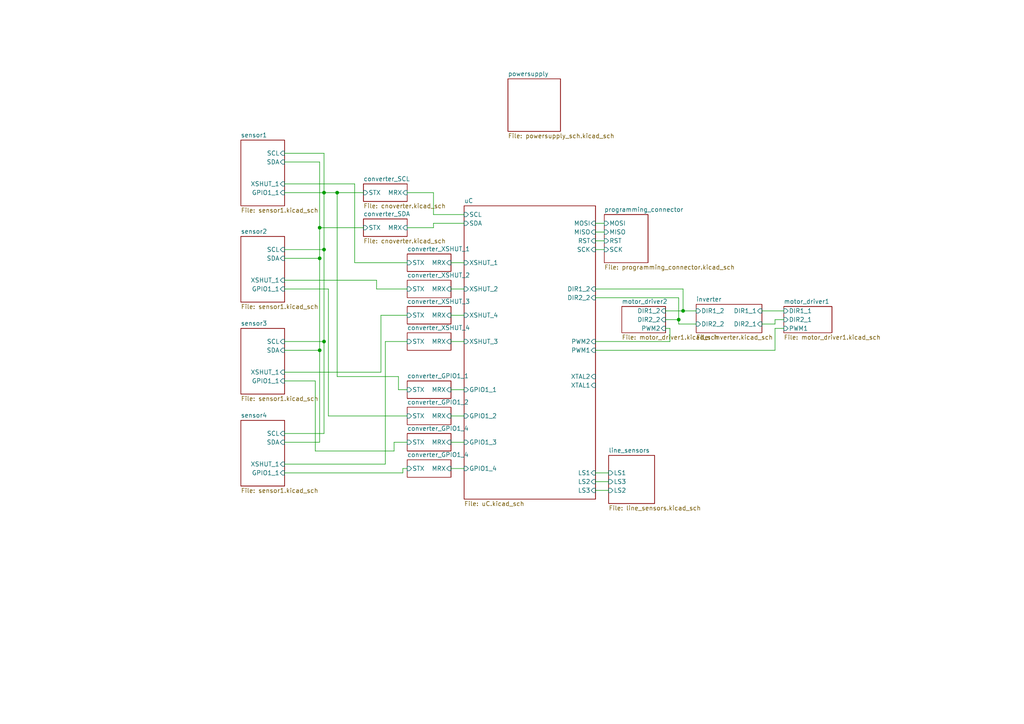
<source format=kicad_sch>
(kicad_sch
	(version 20231120)
	(generator "eeschema")
	(generator_version "8.0")
	(uuid "7b99a4ad-c15f-48f5-acdf-b2b295c8ee3b")
	(paper "A4")
	(title_block
		(title "MiniSumo")
		(company "Adam Prystupa")
	)
	(lib_symbols)
	(junction
		(at 92.71 101.6)
		(diameter 0)
		(color 0 0 0 0)
		(uuid "082e77a2-ea35-4025-b415-0c833323ddae")
	)
	(junction
		(at 93.98 72.39)
		(diameter 0)
		(color 0 0 0 0)
		(uuid "1a4b65b2-38a5-4dcf-a932-8d7e6ce13b0d")
	)
	(junction
		(at 97.79 55.88)
		(diameter 0)
		(color 0 0 0 0)
		(uuid "6c1f4634-cbe5-4d29-9566-ff9c811c2d27")
	)
	(junction
		(at 92.71 74.93)
		(diameter 0)
		(color 0 0 0 0)
		(uuid "8a87fb85-fd46-4e21-b2dc-312ec6f8a6cb")
	)
	(junction
		(at 198.12 90.17)
		(diameter 0)
		(color 0 0 0 0)
		(uuid "91e83238-cbc2-4ff4-9c04-71de2bdf4e95")
	)
	(junction
		(at 196.85 92.71)
		(diameter 0)
		(color 0 0 0 0)
		(uuid "c8e463a7-b3c8-483b-b665-0115c0d07bee")
	)
	(junction
		(at 92.71 66.04)
		(diameter 0)
		(color 0 0 0 0)
		(uuid "d60879ae-bb98-4a26-a6bd-4c74dd1c81e3")
	)
	(junction
		(at 93.98 99.06)
		(diameter 0)
		(color 0 0 0 0)
		(uuid "e85ace68-dc97-4b35-b09a-db5e0fa5ad03")
	)
	(junction
		(at 93.98 55.88)
		(diameter 0)
		(color 0 0 0 0)
		(uuid "eab04101-d448-4e6f-a989-bc316d75c782")
	)
	(wire
		(pts
			(xy 82.55 74.93) (xy 92.71 74.93)
		)
		(stroke
			(width 0)
			(type default)
		)
		(uuid "01f442a6-4aa1-4efc-ab70-ea169a8b85ad")
	)
	(wire
		(pts
			(xy 172.72 67.31) (xy 175.26 67.31)
		)
		(stroke
			(width 0)
			(type default)
		)
		(uuid "033632a8-c5ff-457f-a349-03b51eda9d24")
	)
	(wire
		(pts
			(xy 198.12 83.82) (xy 198.12 90.17)
		)
		(stroke
			(width 0)
			(type default)
		)
		(uuid "036d927a-9f7b-4beb-b4c2-be434803cb83")
	)
	(wire
		(pts
			(xy 224.79 101.6) (xy 224.79 95.25)
		)
		(stroke
			(width 0)
			(type default)
		)
		(uuid "061254f0-e2cc-4e6f-82b6-270ca4dc2a93")
	)
	(wire
		(pts
			(xy 118.11 128.27) (xy 114.3 128.27)
		)
		(stroke
			(width 0)
			(type default)
		)
		(uuid "0d724ed7-3662-41ac-813b-c44cb5ea23d5")
	)
	(wire
		(pts
			(xy 92.71 66.04) (xy 92.71 74.93)
		)
		(stroke
			(width 0)
			(type default)
		)
		(uuid "11ee567c-7755-4257-a9a3-ff0f4c83cde6")
	)
	(wire
		(pts
			(xy 92.71 101.6) (xy 92.71 128.27)
		)
		(stroke
			(width 0)
			(type default)
		)
		(uuid "16d18b86-5a40-4307-9cbf-6ff727a64739")
	)
	(wire
		(pts
			(xy 125.73 55.88) (xy 125.73 62.23)
		)
		(stroke
			(width 0)
			(type default)
		)
		(uuid "1f0edf7b-b925-4300-b22c-02416bcd1998")
	)
	(wire
		(pts
			(xy 172.72 137.16) (xy 176.53 137.16)
		)
		(stroke
			(width 0)
			(type default)
		)
		(uuid "1f2545d1-97af-4e22-926e-78a290ea1cd2")
	)
	(wire
		(pts
			(xy 82.55 53.34) (xy 102.87 53.34)
		)
		(stroke
			(width 0)
			(type default)
		)
		(uuid "21b81aa6-a25d-4bac-bf22-edf3e7661365")
	)
	(wire
		(pts
			(xy 118.11 66.04) (xy 125.73 66.04)
		)
		(stroke
			(width 0)
			(type default)
		)
		(uuid "232a25c2-bf42-4284-bbd3-64771c5f28d3")
	)
	(wire
		(pts
			(xy 82.55 81.28) (xy 109.22 81.28)
		)
		(stroke
			(width 0)
			(type default)
		)
		(uuid "2558440f-2589-4f1f-a54b-c85451a5fcee")
	)
	(wire
		(pts
			(xy 130.81 91.44) (xy 134.62 91.44)
		)
		(stroke
			(width 0)
			(type default)
		)
		(uuid "27a28aab-02bf-48be-81ef-390f8c312b0e")
	)
	(wire
		(pts
			(xy 95.25 120.65) (xy 118.11 120.65)
		)
		(stroke
			(width 0)
			(type default)
		)
		(uuid "28be4904-0327-4b4a-8365-a685f07e2d20")
	)
	(wire
		(pts
			(xy 82.55 72.39) (xy 93.98 72.39)
		)
		(stroke
			(width 0)
			(type default)
		)
		(uuid "28f8e8fd-8abc-4572-96b6-111418f23d12")
	)
	(wire
		(pts
			(xy 110.49 91.44) (xy 118.11 91.44)
		)
		(stroke
			(width 0)
			(type default)
		)
		(uuid "2a00a7d2-c34b-4ebe-be6a-03a723cad111")
	)
	(wire
		(pts
			(xy 93.98 125.73) (xy 82.55 125.73)
		)
		(stroke
			(width 0)
			(type default)
		)
		(uuid "2d9b7685-5bc6-43f9-9a81-ce61e39a3db4")
	)
	(wire
		(pts
			(xy 97.79 55.88) (xy 105.41 55.88)
		)
		(stroke
			(width 0)
			(type default)
		)
		(uuid "2efd44e3-4c1e-4fa3-90c1-f2897219b72c")
	)
	(wire
		(pts
			(xy 130.81 128.27) (xy 134.62 128.27)
		)
		(stroke
			(width 0)
			(type default)
		)
		(uuid "32a95bd1-e127-4e14-b725-d8e8927c0a16")
	)
	(wire
		(pts
			(xy 130.81 76.2) (xy 134.62 76.2)
		)
		(stroke
			(width 0)
			(type default)
		)
		(uuid "3931adc7-31a4-4601-a51f-fd9f8ba361b0")
	)
	(wire
		(pts
			(xy 115.57 109.22) (xy 97.79 109.22)
		)
		(stroke
			(width 0)
			(type default)
		)
		(uuid "3b8cd0a7-8c5f-4573-8381-22df33cf6059")
	)
	(wire
		(pts
			(xy 109.22 83.82) (xy 118.11 83.82)
		)
		(stroke
			(width 0)
			(type default)
		)
		(uuid "3d805a62-80c1-49a2-98d2-e55392a92e1f")
	)
	(wire
		(pts
			(xy 116.84 135.89) (xy 116.84 137.16)
		)
		(stroke
			(width 0)
			(type default)
		)
		(uuid "3e9c6531-a5c0-4410-ac36-2882d7b27bd4")
	)
	(wire
		(pts
			(xy 93.98 99.06) (xy 93.98 125.73)
		)
		(stroke
			(width 0)
			(type default)
		)
		(uuid "43b52291-a79a-46c0-9b40-17011b68ce25")
	)
	(wire
		(pts
			(xy 82.55 83.82) (xy 95.25 83.82)
		)
		(stroke
			(width 0)
			(type default)
		)
		(uuid "45b3e74b-e93a-4d2a-bf94-cd7265565c7b")
	)
	(wire
		(pts
			(xy 172.72 83.82) (xy 198.12 83.82)
		)
		(stroke
			(width 0)
			(type default)
		)
		(uuid "4f5ab224-ecbb-4864-90e9-b7f7bb1fdbde")
	)
	(wire
		(pts
			(xy 224.79 92.71) (xy 227.33 92.71)
		)
		(stroke
			(width 0)
			(type default)
		)
		(uuid "4f9d6ac3-e2b4-43d0-8286-c6ac9bdb07ed")
	)
	(wire
		(pts
			(xy 111.76 134.62) (xy 111.76 99.06)
		)
		(stroke
			(width 0)
			(type default)
		)
		(uuid "513b66fb-ac41-4089-a191-b97db1ac9712")
	)
	(wire
		(pts
			(xy 194.31 95.25) (xy 193.04 95.25)
		)
		(stroke
			(width 0)
			(type default)
		)
		(uuid "5793eb0c-ae96-4949-a96c-db81d16a5740")
	)
	(wire
		(pts
			(xy 220.98 90.17) (xy 227.33 90.17)
		)
		(stroke
			(width 0)
			(type default)
		)
		(uuid "5b2e5020-53b6-4be7-842d-2b18fec395a9")
	)
	(wire
		(pts
			(xy 114.3 130.81) (xy 91.44 130.81)
		)
		(stroke
			(width 0)
			(type default)
		)
		(uuid "5ca584ff-8b8c-47f0-832a-315530ac5ed0")
	)
	(wire
		(pts
			(xy 125.73 62.23) (xy 134.62 62.23)
		)
		(stroke
			(width 0)
			(type default)
		)
		(uuid "5ef983a1-b319-4698-b64e-7b654f521813")
	)
	(wire
		(pts
			(xy 115.57 113.03) (xy 115.57 109.22)
		)
		(stroke
			(width 0)
			(type default)
		)
		(uuid "6133a89e-d545-4141-827b-0d6d8c4e0786")
	)
	(wire
		(pts
			(xy 82.55 99.06) (xy 93.98 99.06)
		)
		(stroke
			(width 0)
			(type default)
		)
		(uuid "6217f30c-147a-4b3f-9165-2a2690a08978")
	)
	(wire
		(pts
			(xy 172.72 99.06) (xy 194.31 99.06)
		)
		(stroke
			(width 0)
			(type default)
		)
		(uuid "65a3aff9-780c-44b3-ae54-8b8d6f09d2f8")
	)
	(wire
		(pts
			(xy 116.84 137.16) (xy 82.55 137.16)
		)
		(stroke
			(width 0)
			(type default)
		)
		(uuid "6cb0e5e0-60f4-4a3e-b5dc-267dc58d3ce7")
	)
	(wire
		(pts
			(xy 196.85 92.71) (xy 193.04 92.71)
		)
		(stroke
			(width 0)
			(type default)
		)
		(uuid "7213b8b7-dc84-43e7-bd00-ee1f3c2a9f12")
	)
	(wire
		(pts
			(xy 172.72 139.7) (xy 176.53 139.7)
		)
		(stroke
			(width 0)
			(type default)
		)
		(uuid "74eec5f4-d231-40fa-b167-98ce0637576d")
	)
	(wire
		(pts
			(xy 82.55 101.6) (xy 92.71 101.6)
		)
		(stroke
			(width 0)
			(type default)
		)
		(uuid "76be4239-fb6b-4237-8966-d0bf25131b9c")
	)
	(wire
		(pts
			(xy 102.87 53.34) (xy 102.87 76.2)
		)
		(stroke
			(width 0)
			(type default)
		)
		(uuid "7af5bb65-b623-46b2-90d6-b6a90d51fef6")
	)
	(wire
		(pts
			(xy 220.98 93.98) (xy 224.79 93.98)
		)
		(stroke
			(width 0)
			(type default)
		)
		(uuid "83a763ec-7e8e-4a69-8330-9fdd302808c5")
	)
	(wire
		(pts
			(xy 111.76 99.06) (xy 118.11 99.06)
		)
		(stroke
			(width 0)
			(type default)
		)
		(uuid "89b12ab8-8dba-442c-a463-46e7c7c77868")
	)
	(wire
		(pts
			(xy 92.71 74.93) (xy 92.71 101.6)
		)
		(stroke
			(width 0)
			(type default)
		)
		(uuid "8a2329c1-21f4-459a-9b6e-185a87b515c9")
	)
	(wire
		(pts
			(xy 172.72 101.6) (xy 224.79 101.6)
		)
		(stroke
			(width 0)
			(type default)
		)
		(uuid "8a595b95-4473-40d6-a4f9-dff8e707a274")
	)
	(wire
		(pts
			(xy 116.84 135.89) (xy 118.11 135.89)
		)
		(stroke
			(width 0)
			(type default)
		)
		(uuid "90b2eda7-ce16-4d30-8703-060c8516309c")
	)
	(wire
		(pts
			(xy 130.81 113.03) (xy 134.62 113.03)
		)
		(stroke
			(width 0)
			(type default)
		)
		(uuid "9b325975-8eff-4faf-95b8-f173432fccd7")
	)
	(wire
		(pts
			(xy 82.55 110.49) (xy 91.44 110.49)
		)
		(stroke
			(width 0)
			(type default)
		)
		(uuid "9baf199e-81df-412e-a1c7-f10b5410966c")
	)
	(wire
		(pts
			(xy 196.85 93.98) (xy 196.85 92.71)
		)
		(stroke
			(width 0)
			(type default)
		)
		(uuid "9e39f7d8-36e5-4ce4-80ac-9d6a8fc4087e")
	)
	(wire
		(pts
			(xy 91.44 130.81) (xy 91.44 110.49)
		)
		(stroke
			(width 0)
			(type default)
		)
		(uuid "9f55394b-ba1f-449c-a1dc-9e0818d8181c")
	)
	(wire
		(pts
			(xy 82.55 55.88) (xy 93.98 55.88)
		)
		(stroke
			(width 0)
			(type default)
		)
		(uuid "a1b3dfcb-5897-447b-8853-db3ff79c2b0b")
	)
	(wire
		(pts
			(xy 97.79 55.88) (xy 97.79 109.22)
		)
		(stroke
			(width 0)
			(type default)
		)
		(uuid "a34bf155-3f82-4af6-8c3c-6c67f6aee47f")
	)
	(wire
		(pts
			(xy 130.81 120.65) (xy 134.62 120.65)
		)
		(stroke
			(width 0)
			(type default)
		)
		(uuid "a690fc9a-0e6a-4224-a5f9-a79c851b829f")
	)
	(wire
		(pts
			(xy 82.55 44.45) (xy 93.98 44.45)
		)
		(stroke
			(width 0)
			(type default)
		)
		(uuid "a8ea2315-4bac-4360-be1a-7010cc323e8d")
	)
	(wire
		(pts
			(xy 172.72 64.77) (xy 175.26 64.77)
		)
		(stroke
			(width 0)
			(type default)
		)
		(uuid "a92a25b2-dc99-42a0-9645-19f186c439ad")
	)
	(wire
		(pts
			(xy 92.71 46.99) (xy 92.71 66.04)
		)
		(stroke
			(width 0)
			(type default)
		)
		(uuid "a96330e1-1449-4f2c-b3ae-e90b25e6f543")
	)
	(wire
		(pts
			(xy 118.11 113.03) (xy 115.57 113.03)
		)
		(stroke
			(width 0)
			(type default)
		)
		(uuid "ad976be0-d73c-43ac-ac06-9ac7c1f279e8")
	)
	(wire
		(pts
			(xy 95.25 83.82) (xy 95.25 120.65)
		)
		(stroke
			(width 0)
			(type default)
		)
		(uuid "ae396354-f889-4781-9b6c-78e465bbe3d1")
	)
	(wire
		(pts
			(xy 93.98 72.39) (xy 93.98 99.06)
		)
		(stroke
			(width 0)
			(type default)
		)
		(uuid "aec98969-8ace-4903-9be1-b8bd93a3014e")
	)
	(wire
		(pts
			(xy 201.93 93.98) (xy 196.85 93.98)
		)
		(stroke
			(width 0)
			(type default)
		)
		(uuid "afb81f9b-7b06-41fb-a769-d40e95a583e9")
	)
	(wire
		(pts
			(xy 194.31 99.06) (xy 194.31 95.25)
		)
		(stroke
			(width 0)
			(type default)
		)
		(uuid "b135a96b-6e05-4a99-a467-dea407f03cf8")
	)
	(wire
		(pts
			(xy 224.79 95.25) (xy 227.33 95.25)
		)
		(stroke
			(width 0)
			(type default)
		)
		(uuid "b356784f-1ccb-4e17-9ede-07853a6583c0")
	)
	(wire
		(pts
			(xy 110.49 107.95) (xy 110.49 91.44)
		)
		(stroke
			(width 0)
			(type default)
		)
		(uuid "b56440b2-d327-4ac4-8e0f-74ac96fc867b")
	)
	(wire
		(pts
			(xy 102.87 76.2) (xy 118.11 76.2)
		)
		(stroke
			(width 0)
			(type default)
		)
		(uuid "b8ece886-a1ab-4a31-a831-8078d5a7f0c5")
	)
	(wire
		(pts
			(xy 114.3 128.27) (xy 114.3 130.81)
		)
		(stroke
			(width 0)
			(type default)
		)
		(uuid "c67e2c4a-45e8-4433-a8e6-3368059fdfee")
	)
	(wire
		(pts
			(xy 82.55 128.27) (xy 92.71 128.27)
		)
		(stroke
			(width 0)
			(type default)
		)
		(uuid "c885e675-8102-4193-9a88-a208e3cb81bb")
	)
	(wire
		(pts
			(xy 130.81 83.82) (xy 134.62 83.82)
		)
		(stroke
			(width 0)
			(type default)
		)
		(uuid "c954fbed-4a7a-4ed9-8480-82b6b8ce7da0")
	)
	(wire
		(pts
			(xy 118.11 55.88) (xy 125.73 55.88)
		)
		(stroke
			(width 0)
			(type default)
		)
		(uuid "c9caccc0-8c42-4d00-bc72-53b2046f6a1f")
	)
	(wire
		(pts
			(xy 198.12 90.17) (xy 201.93 90.17)
		)
		(stroke
			(width 0)
			(type default)
		)
		(uuid "ca555247-ae13-451d-b2ec-143ee2817200")
	)
	(wire
		(pts
			(xy 109.22 81.28) (xy 109.22 83.82)
		)
		(stroke
			(width 0)
			(type default)
		)
		(uuid "ca57f900-1011-4cdc-b38e-064f10c25925")
	)
	(wire
		(pts
			(xy 125.73 66.04) (xy 125.73 64.77)
		)
		(stroke
			(width 0)
			(type default)
		)
		(uuid "cef9b078-7723-4f64-94b0-a97707e2224b")
	)
	(wire
		(pts
			(xy 172.72 69.85) (xy 175.26 69.85)
		)
		(stroke
			(width 0)
			(type default)
		)
		(uuid "d1d21676-c18b-4b19-9605-70fd902d3b4f")
	)
	(wire
		(pts
			(xy 193.04 90.17) (xy 198.12 90.17)
		)
		(stroke
			(width 0)
			(type default)
		)
		(uuid "d36c29d9-ec0b-4f36-9af9-bdc791e616a1")
	)
	(wire
		(pts
			(xy 92.71 66.04) (xy 105.41 66.04)
		)
		(stroke
			(width 0)
			(type default)
		)
		(uuid "d5125bb1-15b4-4203-b6ab-329b942706f7")
	)
	(wire
		(pts
			(xy 130.81 99.06) (xy 134.62 99.06)
		)
		(stroke
			(width 0)
			(type default)
		)
		(uuid "d8a668d5-f27c-4631-ae57-fdfd12a19c00")
	)
	(wire
		(pts
			(xy 82.55 46.99) (xy 92.71 46.99)
		)
		(stroke
			(width 0)
			(type default)
		)
		(uuid "dc7e1f22-98dd-490b-8110-e799580f2b3a")
	)
	(wire
		(pts
			(xy 196.85 86.36) (xy 196.85 92.71)
		)
		(stroke
			(width 0)
			(type default)
		)
		(uuid "dcc144db-57ff-42a8-9a03-fd6caa06959c")
	)
	(wire
		(pts
			(xy 93.98 44.45) (xy 93.98 55.88)
		)
		(stroke
			(width 0)
			(type default)
		)
		(uuid "df531dd9-7ba4-43a0-9297-993b283e8835")
	)
	(wire
		(pts
			(xy 125.73 64.77) (xy 134.62 64.77)
		)
		(stroke
			(width 0)
			(type default)
		)
		(uuid "e09e24b2-c407-4edf-8833-074abe7b4066")
	)
	(wire
		(pts
			(xy 130.81 135.89) (xy 134.62 135.89)
		)
		(stroke
			(width 0)
			(type default)
		)
		(uuid "e2334aa2-7fa8-44db-8f32-430b8806c780")
	)
	(wire
		(pts
			(xy 172.72 142.24) (xy 176.53 142.24)
		)
		(stroke
			(width 0)
			(type default)
		)
		(uuid "e2914285-afcf-4999-bb3f-afa0de213119")
	)
	(wire
		(pts
			(xy 82.55 107.95) (xy 110.49 107.95)
		)
		(stroke
			(width 0)
			(type default)
		)
		(uuid "e32811eb-88e6-4c99-801d-957894f4d513")
	)
	(wire
		(pts
			(xy 93.98 55.88) (xy 97.79 55.88)
		)
		(stroke
			(width 0)
			(type default)
		)
		(uuid "e46fe361-2be3-476b-addf-2dd5c20f4d81")
	)
	(wire
		(pts
			(xy 93.98 55.88) (xy 93.98 72.39)
		)
		(stroke
			(width 0)
			(type default)
		)
		(uuid "e95b1bec-2096-402f-b9d5-2e2a9911a468")
	)
	(wire
		(pts
			(xy 82.55 134.62) (xy 111.76 134.62)
		)
		(stroke
			(width 0)
			(type default)
		)
		(uuid "ec30cfe4-6f65-47ef-9edc-2bdeed92a579")
	)
	(wire
		(pts
			(xy 172.72 86.36) (xy 196.85 86.36)
		)
		(stroke
			(width 0)
			(type default)
		)
		(uuid "ec95c08e-8c76-4d75-8592-8378f99c7161")
	)
	(wire
		(pts
			(xy 224.79 93.98) (xy 224.79 92.71)
		)
		(stroke
			(width 0)
			(type default)
		)
		(uuid "ed927876-72bb-4842-bec0-263cef1c9296")
	)
	(wire
		(pts
			(xy 172.72 72.39) (xy 175.26 72.39)
		)
		(stroke
			(width 0)
			(type default)
		)
		(uuid "fe78d78f-2233-4b2d-a8dd-83397e35db5b")
	)
	(sheet
		(at 105.41 53.34)
		(size 12.7 5.08)
		(fields_autoplaced yes)
		(stroke
			(width 0.1524)
			(type solid)
		)
		(fill
			(color 0 0 0 0.0000)
		)
		(uuid "1d38a7b5-9036-4fb3-a1aa-d93f8a4ddf73")
		(property "Sheetname" "converter_SCL"
			(at 105.41 52.6284 0)
			(effects
				(font
					(size 1.27 1.27)
				)
				(justify left bottom)
			)
		)
		(property "Sheetfile" "cnoverter.kicad_sch"
			(at 105.41 59.0046 0)
			(effects
				(font
					(size 1.27 1.27)
				)
				(justify left top)
			)
		)
		(pin "STX" input
			(at 105.41 55.88 180)
			(effects
				(font
					(size 1.27 1.27)
				)
				(justify left)
			)
			(uuid "2de4f958-818e-4169-a455-0ea70c96899a")
		)
		(pin "MRX" input
			(at 118.11 55.88 0)
			(effects
				(font
					(size 1.27 1.27)
				)
				(justify right)
			)
			(uuid "20096d15-3971-4916-84f2-472f121fdbc5")
		)
		(instances
			(project "minisumo_pcb"
				(path "/7b99a4ad-c15f-48f5-acdf-b2b295c8ee3b"
					(page "2")
				)
			)
		)
	)
	(sheet
		(at 118.11 73.66)
		(size 12.7 5.08)
		(fields_autoplaced yes)
		(stroke
			(width 0.1524)
			(type solid)
		)
		(fill
			(color 0 0 0 0.0000)
		)
		(uuid "1f5a7b51-e11d-44b7-ad05-612eab760f9d")
		(property "Sheetname" "converter_XSHUT_1"
			(at 118.11 72.9484 0)
			(effects
				(font
					(size 1.27 1.27)
				)
				(justify left bottom)
			)
		)
		(property "Sheetfile" "cnoverter.kicad_sch"
			(at 118.11 79.3246 0)
			(effects
				(font
					(size 1.27 1.27)
				)
				(justify left top)
				(hide yes)
			)
		)
		(pin "STX" input
			(at 118.11 76.2 180)
			(effects
				(font
					(size 1.27 1.27)
				)
				(justify left)
			)
			(uuid "c82d199d-a1ca-4d23-9898-63ed60d29294")
		)
		(pin "MRX" input
			(at 130.81 76.2 0)
			(effects
				(font
					(size 1.27 1.27)
				)
				(justify right)
			)
			(uuid "61bf0529-191f-40b4-b5ac-5677b0484d36")
		)
		(instances
			(project "minisumo_pcb"
				(path "/7b99a4ad-c15f-48f5-acdf-b2b295c8ee3b"
					(page "17")
				)
			)
		)
	)
	(sheet
		(at 134.62 59.69)
		(size 38.1 85.09)
		(fields_autoplaced yes)
		(stroke
			(width 0.1524)
			(type solid)
		)
		(fill
			(color 0 0 0 0.0000)
		)
		(uuid "2841fc75-29f5-4e06-b481-1d26a5df72c5")
		(property "Sheetname" "uC"
			(at 134.62 58.9784 0)
			(effects
				(font
					(size 1.27 1.27)
				)
				(justify left bottom)
			)
		)
		(property "Sheetfile" "uC.kicad_sch"
			(at 134.62 145.3646 0)
			(effects
				(font
					(size 1.27 1.27)
				)
				(justify left top)
			)
		)
		(pin "MOSI" input
			(at 172.72 64.77 0)
			(effects
				(font
					(size 1.27 1.27)
				)
				(justify right)
			)
			(uuid "4b6458e8-c5c7-4737-a9ea-65b0d18b90b4")
		)
		(pin "MISO" input
			(at 172.72 67.31 0)
			(effects
				(font
					(size 1.27 1.27)
				)
				(justify right)
			)
			(uuid "749e8b63-f9a5-476a-abdf-afc88ff0a764")
		)
		(pin "SCL" input
			(at 134.62 62.23 180)
			(effects
				(font
					(size 1.27 1.27)
				)
				(justify left)
			)
			(uuid "998382a2-8ce5-4ae7-a102-02a89982d078")
		)
		(pin "SDA" input
			(at 134.62 64.77 180)
			(effects
				(font
					(size 1.27 1.27)
				)
				(justify left)
			)
			(uuid "22fad513-5273-4c91-b066-66a57e1a1a06")
		)
		(pin "PWM1" input
			(at 172.72 101.6 0)
			(effects
				(font
					(size 1.27 1.27)
				)
				(justify right)
			)
			(uuid "9cbf0023-d429-4d12-a101-8d71a2be9b4d")
		)
		(pin "PWM2" input
			(at 172.72 99.06 0)
			(effects
				(font
					(size 1.27 1.27)
				)
				(justify right)
			)
			(uuid "3189ae00-d82d-48a0-b3a5-81bd719fa3cf")
		)
		(pin "GPIO1_2" input
			(at 134.62 120.65 180)
			(effects
				(font
					(size 1.27 1.27)
				)
				(justify left)
			)
			(uuid "5e0c1104-e8a3-40ce-a875-a776e83ae159")
		)
		(pin "GPIO1_1" input
			(at 134.62 113.03 180)
			(effects
				(font
					(size 1.27 1.27)
				)
				(justify left)
			)
			(uuid "1bd1aa66-fd9c-4cd3-bd31-a5ffad07d3ad")
		)
		(pin "XTAL2" input
			(at 172.72 109.22 0)
			(effects
				(font
					(size 1.27 1.27)
				)
				(justify right)
			)
			(uuid "c897ed51-b0cb-4f4b-80f4-75c026b7ff8c")
		)
		(pin "XTAL1" input
			(at 172.72 111.76 0)
			(effects
				(font
					(size 1.27 1.27)
				)
				(justify right)
			)
			(uuid "503fe5ce-a50d-49ee-bcff-acd7d94f6079")
		)
		(pin "GPIO1_3" input
			(at 134.62 128.27 180)
			(effects
				(font
					(size 1.27 1.27)
				)
				(justify left)
			)
			(uuid "747bdaa6-17a1-49d6-ab2e-28aa5ff3431f")
		)
		(pin "GPIO1_4" input
			(at 134.62 135.89 180)
			(effects
				(font
					(size 1.27 1.27)
				)
				(justify left)
			)
			(uuid "258c955f-fb36-4c1e-afb4-1e788bf6bfd8")
		)
		(pin "LS3" input
			(at 172.72 142.24 0)
			(effects
				(font
					(size 1.27 1.27)
				)
				(justify right)
			)
			(uuid "7cf8cbef-cf46-49bc-9473-e44c456bfd37")
		)
		(pin "LS1" input
			(at 172.72 137.16 0)
			(effects
				(font
					(size 1.27 1.27)
				)
				(justify right)
			)
			(uuid "525e14b0-cc3a-4634-938e-b23edc5f54ca")
		)
		(pin "LS2" input
			(at 172.72 139.7 0)
			(effects
				(font
					(size 1.27 1.27)
				)
				(justify right)
			)
			(uuid "49e160b8-81e1-4791-8674-280ac554aa9f")
		)
		(pin "RST" input
			(at 172.72 69.85 0)
			(effects
				(font
					(size 1.27 1.27)
				)
				(justify right)
			)
			(uuid "6087f2be-b733-4951-b485-b3d75a9ec104")
		)
		(pin "SCK" input
			(at 172.72 72.39 0)
			(effects
				(font
					(size 1.27 1.27)
				)
				(justify right)
			)
			(uuid "694f1aad-6a78-49ff-9bc5-58ffc9037653")
		)
		(pin "XSHUT_3" input
			(at 134.62 99.06 180)
			(effects
				(font
					(size 1.27 1.27)
				)
				(justify left)
			)
			(uuid "dc170007-eb21-408c-9af7-a4dbeb2c39ba")
		)
		(pin "XSHUT_4" input
			(at 134.62 91.44 180)
			(effects
				(font
					(size 1.27 1.27)
				)
				(justify left)
			)
			(uuid "18140466-663c-4712-ab39-22ba2cf157b4")
		)
		(pin "XSHUT_2" input
			(at 134.62 83.82 180)
			(effects
				(font
					(size 1.27 1.27)
				)
				(justify left)
			)
			(uuid "7056a2a2-63e8-44f1-8df6-0f96cabb9333")
		)
		(pin "XSHUT_1" input
			(at 134.62 76.2 180)
			(effects
				(font
					(size 1.27 1.27)
				)
				(justify left)
			)
			(uuid "b92f244c-2b49-4da4-8afe-702edf112a2a")
		)
		(pin "DIR2_2" input
			(at 172.72 86.36 0)
			(effects
				(font
					(size 1.27 1.27)
				)
				(justify right)
			)
			(uuid "ea423b12-1817-47bd-a809-ebdc5a14b1ef")
		)
		(pin "DIR1_2" input
			(at 172.72 83.82 0)
			(effects
				(font
					(size 1.27 1.27)
				)
				(justify right)
			)
			(uuid "8348d574-aec2-40db-8846-7d9373697c4c")
		)
		(instances
			(project "minisumo_pcb"
				(path "/7b99a4ad-c15f-48f5-acdf-b2b295c8ee3b"
					(page "3")
				)
			)
		)
	)
	(sheet
		(at 176.53 132.08)
		(size 13.335 13.97)
		(fields_autoplaced yes)
		(stroke
			(width 0.1524)
			(type solid)
		)
		(fill
			(color 0 0 0 0.0000)
		)
		(uuid "58eb88b1-485d-48c7-98a0-3f1f875455f5")
		(property "Sheetname" "line_sensors"
			(at 176.53 131.3684 0)
			(effects
				(font
					(size 1.27 1.27)
				)
				(justify left bottom)
			)
		)
		(property "Sheetfile" "line_sensors.kicad_sch"
			(at 176.53 146.6346 0)
			(effects
				(font
					(size 1.27 1.27)
				)
				(justify left top)
			)
		)
		(pin "LS2" input
			(at 176.53 142.24 180)
			(effects
				(font
					(size 1.27 1.27)
				)
				(justify left)
			)
			(uuid "425646b0-ce64-4763-9333-a8fca8799937")
		)
		(pin "LS3" input
			(at 176.53 139.7 180)
			(effects
				(font
					(size 1.27 1.27)
				)
				(justify left)
			)
			(uuid "9b550958-04ca-4e33-90f2-31be26b9a27b")
		)
		(pin "LS1" input
			(at 176.53 137.16 180)
			(effects
				(font
					(size 1.27 1.27)
				)
				(justify left)
			)
			(uuid "069c133a-5930-4ed9-8ecf-dedcd9abab7e")
		)
		(instances
			(project "minisumo_pcb"
				(path "/7b99a4ad-c15f-48f5-acdf-b2b295c8ee3b"
					(page "8")
				)
			)
		)
	)
	(sheet
		(at 69.85 68.58)
		(size 12.7 19.05)
		(fields_autoplaced yes)
		(stroke
			(width 0.1524)
			(type solid)
		)
		(fill
			(color 0 0 0 0.0000)
		)
		(uuid "59b0bb17-8e81-44d5-808a-81d9b31dde61")
		(property "Sheetname" "sensor2"
			(at 69.85 67.8684 0)
			(effects
				(font
					(size 1.27 1.27)
				)
				(justify left bottom)
			)
		)
		(property "Sheetfile" "sensor1.kicad_sch"
			(at 69.85 88.2146 0)
			(effects
				(font
					(size 1.27 1.27)
				)
				(justify left top)
			)
		)
		(pin "SDA" input
			(at 82.55 74.93 0)
			(effects
				(font
					(size 1.27 1.27)
				)
				(justify right)
			)
			(uuid "f84c3bc7-46f6-4c7f-8615-03188fc0344e")
		)
		(pin "XSHUT_1" input
			(at 82.55 81.28 0)
			(effects
				(font
					(size 1.27 1.27)
				)
				(justify right)
			)
			(uuid "0cdd0103-408f-4dcc-aeef-79f778fd2339")
		)
		(pin "SCL" input
			(at 82.55 72.39 0)
			(effects
				(font
					(size 1.27 1.27)
				)
				(justify right)
			)
			(uuid "87d6a072-582c-4a5d-897e-43bde2a18ad6")
		)
		(pin "GPIO1_1" input
			(at 82.55 83.82 0)
			(effects
				(font
					(size 1.27 1.27)
				)
				(justify right)
			)
			(uuid "ffcdcab5-bd8a-4333-af3a-3d8ef0e7a6f6")
		)
		(instances
			(project "minisumo_pcb"
				(path "/7b99a4ad-c15f-48f5-acdf-b2b295c8ee3b"
					(page "4")
				)
			)
		)
	)
	(sheet
		(at 180.34 88.9)
		(size 12.7 7.62)
		(fields_autoplaced yes)
		(stroke
			(width 0.1524)
			(type solid)
		)
		(fill
			(color 0 0 0 0.0000)
		)
		(uuid "6370311e-bb6b-4c97-a800-647b77b0b74c")
		(property "Sheetname" "motor_driver2"
			(at 180.34 88.1884 0)
			(effects
				(font
					(size 1.27 1.27)
				)
				(justify left bottom)
			)
		)
		(property "Sheetfile" "motor_driver1.kicad_sch"
			(at 180.34 97.1046 0)
			(effects
				(font
					(size 1.27 1.27)
				)
				(justify left top)
			)
		)
		(pin "DIR1_2" input
			(at 193.04 90.17 0)
			(effects
				(font
					(size 1.27 1.27)
				)
				(justify right)
			)
			(uuid "f699aa88-5512-499b-922a-a51efaeb168b")
		)
		(pin "DIR2_2" input
			(at 193.04 92.71 0)
			(effects
				(font
					(size 1.27 1.27)
				)
				(justify right)
			)
			(uuid "f6bf53e2-56dd-4951-a103-6117ba3e4b50")
		)
		(pin "PWM2" input
			(at 193.04 95.25 0)
			(effects
				(font
					(size 1.27 1.27)
				)
				(justify right)
			)
			(uuid "2856ed28-fb0f-4775-bae1-55aabc6e1c74")
		)
		(instances
			(project "minisumo_pcb"
				(path "/7b99a4ad-c15f-48f5-acdf-b2b295c8ee3b"
					(page "12")
				)
			)
		)
	)
	(sheet
		(at 227.33 88.9)
		(size 13.97 7.62)
		(fields_autoplaced yes)
		(stroke
			(width 0.1524)
			(type solid)
		)
		(fill
			(color 0 0 0 0.0000)
		)
		(uuid "6ae141c6-db4a-4bb1-a0f3-35ba0e4d6945")
		(property "Sheetname" "motor_driver1"
			(at 227.33 88.1884 0)
			(effects
				(font
					(size 1.27 1.27)
				)
				(justify left bottom)
			)
		)
		(property "Sheetfile" "motor_driver1.kicad_sch"
			(at 227.33 97.1046 0)
			(effects
				(font
					(size 1.27 1.27)
				)
				(justify left top)
			)
		)
		(pin "DIR1_1" input
			(at 227.33 90.17 180)
			(effects
				(font
					(size 1.27 1.27)
				)
				(justify left)
			)
			(uuid "52a31d0c-9098-44e4-bad6-781966712625")
		)
		(pin "DIR2_1" input
			(at 227.33 92.71 180)
			(effects
				(font
					(size 1.27 1.27)
				)
				(justify left)
			)
			(uuid "d36424c0-0b8d-404a-a827-e93e5f13eb5b")
		)
		(pin "PWM1" input
			(at 227.33 95.25 180)
			(effects
				(font
					(size 1.27 1.27)
				)
				(justify left)
			)
			(uuid "7fd94277-c415-4b0b-958c-66396d537adb")
		)
		(instances
			(project "minisumo_pcb"
				(path "/7b99a4ad-c15f-48f5-acdf-b2b295c8ee3b"
					(page "10")
				)
			)
		)
	)
	(sheet
		(at 118.11 118.11)
		(size 12.7 5.08)
		(fields_autoplaced yes)
		(stroke
			(width 0.1524)
			(type solid)
		)
		(fill
			(color 0 0 0 0.0000)
		)
		(uuid "74db48b8-e6c6-4c11-9219-cd68702ff773")
		(property "Sheetname" "converter_GPIO1_2"
			(at 118.11 117.3984 0)
			(effects
				(font
					(size 1.27 1.27)
				)
				(justify left bottom)
			)
		)
		(property "Sheetfile" "cnoverter.kicad_sch"
			(at 118.11 123.7746 0)
			(effects
				(font
					(size 1.27 1.27)
				)
				(justify left top)
				(hide yes)
			)
		)
		(pin "STX" input
			(at 118.11 120.65 180)
			(effects
				(font
					(size 1.27 1.27)
				)
				(justify left)
			)
			(uuid "18b84507-2b97-4d4e-8e82-d0490fcce71f")
		)
		(pin "MRX" input
			(at 130.81 120.65 0)
			(effects
				(font
					(size 1.27 1.27)
				)
				(justify right)
			)
			(uuid "c29a3c97-fdcf-4313-8ad6-59b77d2219d5")
		)
		(instances
			(project "minisumo_pcb"
				(path "/7b99a4ad-c15f-48f5-acdf-b2b295c8ee3b"
					(page "15")
				)
			)
		)
	)
	(sheet
		(at 118.11 125.73)
		(size 12.7 5.08)
		(fields_autoplaced yes)
		(stroke
			(width 0.1524)
			(type solid)
		)
		(fill
			(color 0 0 0 0.0000)
		)
		(uuid "8cd9c070-14c0-4d67-9ed3-96dd987b1ea4")
		(property "Sheetname" "converter_GPIO1_4"
			(at 118.11 125.0184 0)
			(effects
				(font
					(size 1.27 1.27)
				)
				(justify left bottom)
			)
		)
		(property "Sheetfile" "cnoverter.kicad_sch"
			(at 118.11 131.3946 0)
			(effects
				(font
					(size 1.27 1.27)
				)
				(justify left top)
				(hide yes)
			)
		)
		(pin "STX" input
			(at 118.11 128.27 180)
			(effects
				(font
					(size 1.27 1.27)
				)
				(justify left)
			)
			(uuid "4a67b9c5-77bb-4bea-b021-b2e4ad3a5136")
		)
		(pin "MRX" input
			(at 130.81 128.27 0)
			(effects
				(font
					(size 1.27 1.27)
				)
				(justify right)
			)
			(uuid "33bf003c-246b-4957-8947-ca5b8a6dc723")
		)
		(instances
			(project "minisumo_pcb"
				(path "/7b99a4ad-c15f-48f5-acdf-b2b295c8ee3b"
					(page "14")
				)
			)
		)
	)
	(sheet
		(at 118.11 81.28)
		(size 12.7 5.08)
		(fields_autoplaced yes)
		(stroke
			(width 0.1524)
			(type solid)
		)
		(fill
			(color 0 0 0 0.0000)
		)
		(uuid "911a772f-3029-4454-bc72-1e673c6ed7c5")
		(property "Sheetname" "converter_XSHUT_2"
			(at 118.11 80.5684 0)
			(effects
				(font
					(size 1.27 1.27)
				)
				(justify left bottom)
			)
		)
		(property "Sheetfile" "cnoverter.kicad_sch"
			(at 118.11 86.9446 0)
			(effects
				(font
					(size 1.27 1.27)
				)
				(justify left top)
				(hide yes)
			)
		)
		(pin "STX" input
			(at 118.11 83.82 180)
			(effects
				(font
					(size 1.27 1.27)
				)
				(justify left)
			)
			(uuid "85470007-3d3c-496f-98dc-156bced8ab79")
		)
		(pin "MRX" input
			(at 130.81 83.82 0)
			(effects
				(font
					(size 1.27 1.27)
				)
				(justify right)
			)
			(uuid "2c04e2a2-5852-49a5-8242-8706d8c87f21")
		)
		(instances
			(project "minisumo_pcb"
				(path "/7b99a4ad-c15f-48f5-acdf-b2b295c8ee3b"
					(page "18")
				)
			)
		)
	)
	(sheet
		(at 118.11 133.35)
		(size 12.7 5.08)
		(fields_autoplaced yes)
		(stroke
			(width 0.1524)
			(type solid)
		)
		(fill
			(color 0 0 0 0.0000)
		)
		(uuid "96a8a3ea-db3e-4871-8a04-83c68ef86c2d")
		(property "Sheetname" "converter_GPIO1_4"
			(at 118.11 132.6384 0)
			(effects
				(font
					(size 1.27 1.27)
				)
				(justify left bottom)
			)
		)
		(property "Sheetfile" "cnoverter.kicad_sch"
			(at 118.11 139.0146 0)
			(effects
				(font
					(size 1.27 1.27)
				)
				(justify left top)
				(hide yes)
			)
		)
		(pin "STX" input
			(at 118.11 135.89 180)
			(effects
				(font
					(size 1.27 1.27)
				)
				(justify left)
			)
			(uuid "4afb450f-cfdd-4ed3-931e-9ffcbcda111f")
		)
		(pin "MRX" input
			(at 130.81 135.89 0)
			(effects
				(font
					(size 1.27 1.27)
				)
				(justify right)
			)
			(uuid "a6fb484c-67b3-4c26-96ba-ccae9cbee79f")
		)
		(instances
			(project "minisumo_pcb"
				(path "/7b99a4ad-c15f-48f5-acdf-b2b295c8ee3b"
					(page "13")
				)
			)
		)
	)
	(sheet
		(at 118.11 88.9)
		(size 12.7 5.08)
		(fields_autoplaced yes)
		(stroke
			(width 0.1524)
			(type solid)
		)
		(fill
			(color 0 0 0 0.0000)
		)
		(uuid "9c9dd9d7-fd5c-4476-b90f-89bef41bc651")
		(property "Sheetname" "converter_XSHUT_3"
			(at 118.11 88.1884 0)
			(effects
				(font
					(size 1.27 1.27)
				)
				(justify left bottom)
			)
		)
		(property "Sheetfile" "cnoverter.kicad_sch"
			(at 118.11 94.5646 0)
			(effects
				(font
					(size 1.27 1.27)
				)
				(justify left top)
				(hide yes)
			)
		)
		(pin "STX" input
			(at 118.11 91.44 180)
			(effects
				(font
					(size 1.27 1.27)
				)
				(justify left)
			)
			(uuid "8198d171-650f-4c11-aaf9-af0eba2abe68")
		)
		(pin "MRX" input
			(at 130.81 91.44 0)
			(effects
				(font
					(size 1.27 1.27)
				)
				(justify right)
			)
			(uuid "cfe9df2d-62ab-4e40-8187-f63423c74a7e")
		)
		(instances
			(project "minisumo_pcb"
				(path "/7b99a4ad-c15f-48f5-acdf-b2b295c8ee3b"
					(page "19")
				)
			)
		)
	)
	(sheet
		(at 201.93 88.265)
		(size 19.05 8.255)
		(fields_autoplaced yes)
		(stroke
			(width 0.1524)
			(type solid)
		)
		(fill
			(color 0 0 0 0.0000)
		)
		(uuid "b8d919d3-78c3-4a57-ab4a-a567d8eddd6d")
		(property "Sheetname" "inverter"
			(at 201.93 87.5534 0)
			(effects
				(font
					(size 1.27 1.27)
				)
				(justify left bottom)
			)
		)
		(property "Sheetfile" "inverter.kicad_sch"
			(at 201.93 97.1046 0)
			(effects
				(font
					(size 1.27 1.27)
				)
				(justify left top)
			)
		)
		(pin "DIR2_2" input
			(at 201.93 93.98 180)
			(effects
				(font
					(size 1.27 1.27)
				)
				(justify left)
			)
			(uuid "c16c0730-b497-466f-a192-627d231169a2")
		)
		(pin "DIR1_2" input
			(at 201.93 90.17 180)
			(effects
				(font
					(size 1.27 1.27)
				)
				(justify left)
			)
			(uuid "d9fdd410-1391-4f2e-bc59-9b756d9e4dd2")
		)
		(pin "DIR1_1" input
			(at 220.98 90.17 0)
			(effects
				(font
					(size 1.27 1.27)
				)
				(justify right)
			)
			(uuid "48f41e27-f94b-47e5-a22f-4e254be8e2ef")
		)
		(pin "DIR2_1" input
			(at 220.98 93.98 0)
			(effects
				(font
					(size 1.27 1.27)
				)
				(justify right)
			)
			(uuid "d7ccb2ca-fca2-4f7d-ab19-511d348bc59d")
		)
		(instances
			(project "minisumo_pcb"
				(path "/7b99a4ad-c15f-48f5-acdf-b2b295c8ee3b"
					(page "10")
				)
			)
		)
	)
	(sheet
		(at 118.11 96.52)
		(size 12.7 5.08)
		(fields_autoplaced yes)
		(stroke
			(width 0.1524)
			(type solid)
		)
		(fill
			(color 0 0 0 0.0000)
		)
		(uuid "ba7563d2-b1fc-4885-991b-1557492867f5")
		(property "Sheetname" "converter_XSHUT_4"
			(at 118.11 95.8084 0)
			(effects
				(font
					(size 1.27 1.27)
				)
				(justify left bottom)
			)
		)
		(property "Sheetfile" "cnoverter.kicad_sch"
			(at 118.11 102.1846 0)
			(effects
				(font
					(size 1.27 1.27)
				)
				(justify left top)
				(hide yes)
			)
		)
		(pin "STX" input
			(at 118.11 99.06 180)
			(effects
				(font
					(size 1.27 1.27)
				)
				(justify left)
			)
			(uuid "68562a31-609e-4b76-8d65-a6346936efc0")
		)
		(pin "MRX" input
			(at 130.81 99.06 0)
			(effects
				(font
					(size 1.27 1.27)
				)
				(justify right)
			)
			(uuid "c6854563-45eb-4226-8860-b0ba249b0d16")
		)
		(instances
			(project "minisumo_pcb"
				(path "/7b99a4ad-c15f-48f5-acdf-b2b295c8ee3b"
					(page "20")
				)
			)
		)
	)
	(sheet
		(at 69.85 40.64)
		(size 12.7 19.05)
		(fields_autoplaced yes)
		(stroke
			(width 0.1524)
			(type solid)
		)
		(fill
			(color 0 0 0 0.0000)
		)
		(uuid "be05ae0d-f68b-4925-8f0e-be2ec3f0af2e")
		(property "Sheetname" "sensor1"
			(at 69.85 39.9284 0)
			(effects
				(font
					(size 1.27 1.27)
				)
				(justify left bottom)
			)
		)
		(property "Sheetfile" "sensor1.kicad_sch"
			(at 69.85 60.2746 0)
			(effects
				(font
					(size 1.27 1.27)
				)
				(justify left top)
			)
		)
		(pin "SDA" input
			(at 82.55 46.99 0)
			(effects
				(font
					(size 1.27 1.27)
				)
				(justify right)
			)
			(uuid "214bd1e8-c889-4888-9eaa-7400fd064d15")
		)
		(pin "XSHUT_1" input
			(at 82.55 53.34 0)
			(effects
				(font
					(size 1.27 1.27)
				)
				(justify right)
			)
			(uuid "8944ac8b-b2c0-4bf2-b8d6-ee542242c947")
		)
		(pin "SCL" input
			(at 82.55 44.45 0)
			(effects
				(font
					(size 1.27 1.27)
				)
				(justify right)
			)
			(uuid "f08b3470-0790-454e-ba0d-74316a4d2b4c")
		)
		(pin "GPIO1_1" input
			(at 82.55 55.88 0)
			(effects
				(font
					(size 1.27 1.27)
				)
				(justify right)
			)
			(uuid "9635ef63-87f3-42a4-aa13-aae4d23b42ff")
		)
		(instances
			(project "minisumo_pcb"
				(path "/7b99a4ad-c15f-48f5-acdf-b2b295c8ee3b"
					(page "6")
				)
			)
		)
	)
	(sheet
		(at 175.26 62.23)
		(size 12.7 13.97)
		(fields_autoplaced yes)
		(stroke
			(width 0.1524)
			(type solid)
		)
		(fill
			(color 0 0 0 0.0000)
		)
		(uuid "d44754c4-1248-482d-a92b-4192f4f09fb1")
		(property "Sheetname" "programming_connector"
			(at 175.26 61.5184 0)
			(effects
				(font
					(size 1.27 1.27)
				)
				(justify left bottom)
			)
		)
		(property "Sheetfile" "programming_connector.kicad_sch"
			(at 175.26 76.7846 0)
			(effects
				(font
					(size 1.27 1.27)
				)
				(justify left top)
			)
		)
		(pin "RST" input
			(at 175.26 69.85 180)
			(effects
				(font
					(size 1.27 1.27)
				)
				(justify left)
			)
			(uuid "697ed8fe-d051-44ae-ab8b-d9c0c443a687")
		)
		(pin "MOSI" input
			(at 175.26 64.77 180)
			(effects
				(font
					(size 1.27 1.27)
				)
				(justify left)
			)
			(uuid "4a9c190f-2038-4b3f-8d8a-a20656b81b3e")
		)
		(pin "MISO" input
			(at 175.26 67.31 180)
			(effects
				(font
					(size 1.27 1.27)
				)
				(justify left)
			)
			(uuid "270ebabe-e9e9-4c97-933e-53ea3eb45c18")
		)
		(pin "SCK" input
			(at 175.26 72.39 180)
			(effects
				(font
					(size 1.27 1.27)
				)
				(justify left)
			)
			(uuid "0b11044e-072a-4f12-a41a-a64cd874a0da")
		)
		(instances
			(project "minisumo_pcb"
				(path "/7b99a4ad-c15f-48f5-acdf-b2b295c8ee3b"
					(page "5")
				)
			)
		)
	)
	(sheet
		(at 118.11 110.49)
		(size 12.7 5.08)
		(fields_autoplaced yes)
		(stroke
			(width 0.1524)
			(type solid)
		)
		(fill
			(color 0 0 0 0.0000)
		)
		(uuid "d765f8c2-0064-4acf-88c0-43e21c79c377")
		(property "Sheetname" "converter_GPIO1_1"
			(at 118.11 109.7784 0)
			(effects
				(font
					(size 1.27 1.27)
				)
				(justify left bottom)
			)
		)
		(property "Sheetfile" "cnoverter.kicad_sch"
			(at 118.11 116.1546 0)
			(effects
				(font
					(size 1.27 1.27)
				)
				(justify left top)
				(hide yes)
			)
		)
		(pin "STX" input
			(at 118.11 113.03 180)
			(effects
				(font
					(size 1.27 1.27)
				)
				(justify left)
			)
			(uuid "dcffecfb-d469-42dd-8aef-dca8d5f0a122")
		)
		(pin "MRX" input
			(at 130.81 113.03 0)
			(effects
				(font
					(size 1.27 1.27)
				)
				(justify right)
			)
			(uuid "0f763e3f-07d1-470b-a034-b8f75bcbf384")
		)
		(instances
			(project "minisumo_pcb"
				(path "/7b99a4ad-c15f-48f5-acdf-b2b295c8ee3b"
					(page "16")
				)
			)
		)
	)
	(sheet
		(at 105.41 63.5)
		(size 12.7 5.08)
		(fields_autoplaced yes)
		(stroke
			(width 0.1524)
			(type solid)
		)
		(fill
			(color 0 0 0 0.0000)
		)
		(uuid "dad48793-a97b-4c5a-9413-b01e9a512fd2")
		(property "Sheetname" "converter_SDA"
			(at 105.41 62.7884 0)
			(effects
				(font
					(size 1.27 1.27)
				)
				(justify left bottom)
			)
		)
		(property "Sheetfile" "cnoverter.kicad_sch"
			(at 105.41 69.1646 0)
			(effects
				(font
					(size 1.27 1.27)
				)
				(justify left top)
			)
		)
		(pin "STX" input
			(at 105.41 66.04 180)
			(effects
				(font
					(size 1.27 1.27)
				)
				(justify left)
			)
			(uuid "42fcb57f-5139-4d6c-9228-f42823b670f8")
		)
		(pin "MRX" input
			(at 118.11 66.04 0)
			(effects
				(font
					(size 1.27 1.27)
				)
				(justify right)
			)
			(uuid "25b7a6d0-ec31-4e3b-a8e9-0302d2a92f8f")
		)
		(instances
			(project "minisumo_pcb"
				(path "/7b99a4ad-c15f-48f5-acdf-b2b295c8ee3b"
					(page "8")
				)
			)
		)
	)
	(sheet
		(at 69.85 95.25)
		(size 12.7 19.05)
		(fields_autoplaced yes)
		(stroke
			(width 0.1524)
			(type solid)
		)
		(fill
			(color 0 0 0 0.0000)
		)
		(uuid "e2e15633-8dde-4add-b1e0-ff449194304b")
		(property "Sheetname" "sensor3"
			(at 69.85 94.5384 0)
			(effects
				(font
					(size 1.27 1.27)
				)
				(justify left bottom)
			)
		)
		(property "Sheetfile" "sensor1.kicad_sch"
			(at 69.85 114.8846 0)
			(effects
				(font
					(size 1.27 1.27)
				)
				(justify left top)
			)
		)
		(pin "SDA" input
			(at 82.55 101.6 0)
			(effects
				(font
					(size 1.27 1.27)
				)
				(justify right)
			)
			(uuid "52f8edda-59dd-4cf3-95a6-f94cc5b12e93")
		)
		(pin "XSHUT_1" input
			(at 82.55 107.95 0)
			(effects
				(font
					(size 1.27 1.27)
				)
				(justify right)
			)
			(uuid "2b576da1-66dd-4c58-a170-3bed25f860b0")
		)
		(pin "SCL" input
			(at 82.55 99.06 0)
			(effects
				(font
					(size 1.27 1.27)
				)
				(justify right)
			)
			(uuid "489a5dc8-2229-4f38-acef-442ba61ef70a")
		)
		(pin "GPIO1_1" input
			(at 82.55 110.49 0)
			(effects
				(font
					(size 1.27 1.27)
				)
				(justify right)
			)
			(uuid "bbefaa31-82e3-4305-aa9a-9ed90c22b64b")
		)
		(instances
			(project "minisumo_pcb"
				(path "/7b99a4ad-c15f-48f5-acdf-b2b295c8ee3b"
					(page "7")
				)
			)
		)
	)
	(sheet
		(at 69.85 121.92)
		(size 12.7 19.05)
		(fields_autoplaced yes)
		(stroke
			(width 0.1524)
			(type solid)
		)
		(fill
			(color 0 0 0 0.0000)
		)
		(uuid "f48fad68-5a7d-4ca2-b957-317f1b6f3632")
		(property "Sheetname" "sensor4"
			(at 69.85 121.2084 0)
			(effects
				(font
					(size 1.27 1.27)
				)
				(justify left bottom)
			)
		)
		(property "Sheetfile" "sensor1.kicad_sch"
			(at 69.85 141.5546 0)
			(effects
				(font
					(size 1.27 1.27)
				)
				(justify left top)
			)
		)
		(pin "SDA" input
			(at 82.55 128.27 0)
			(effects
				(font
					(size 1.27 1.27)
				)
				(justify right)
			)
			(uuid "85198c84-4237-459d-985c-486385304174")
		)
		(pin "XSHUT_1" input
			(at 82.55 134.62 0)
			(effects
				(font
					(size 1.27 1.27)
				)
				(justify right)
			)
			(uuid "0f6e217e-173a-4721-aa45-9120b1bd1927")
		)
		(pin "SCL" input
			(at 82.55 125.73 0)
			(effects
				(font
					(size 1.27 1.27)
				)
				(justify right)
			)
			(uuid "93ecc1be-24fd-4ddc-b1d4-a8b6b2cf00c6")
		)
		(pin "GPIO1_1" input
			(at 82.55 137.16 0)
			(effects
				(font
					(size 1.27 1.27)
				)
				(justify right)
			)
			(uuid "2620ab6b-2f9d-4e79-8d24-66b12202a61d")
		)
		(instances
			(project "minisumo_pcb"
				(path "/7b99a4ad-c15f-48f5-acdf-b2b295c8ee3b"
					(page "11")
				)
			)
		)
	)
	(sheet
		(at 147.32 22.86)
		(size 15.24 15.24)
		(fields_autoplaced yes)
		(stroke
			(width 0.1524)
			(type solid)
		)
		(fill
			(color 0 0 0 0.0000)
		)
		(uuid "fec592cb-397f-40c8-9127-e83f29739826")
		(property "Sheetname" "powersupply"
			(at 147.32 22.1484 0)
			(effects
				(font
					(size 1.27 1.27)
				)
				(justify left bottom)
			)
		)
		(property "Sheetfile" "powersupply_sch.kicad_sch"
			(at 147.32 38.6846 0)
			(effects
				(font
					(size 1.27 1.27)
				)
				(justify left top)
			)
		)
		(instances
			(project "minisumo_pcb"
				(path "/7b99a4ad-c15f-48f5-acdf-b2b295c8ee3b"
					(page "9")
				)
			)
		)
	)
	(sheet_instances
		(path "/"
			(page "1")
		)
	)
)
</source>
